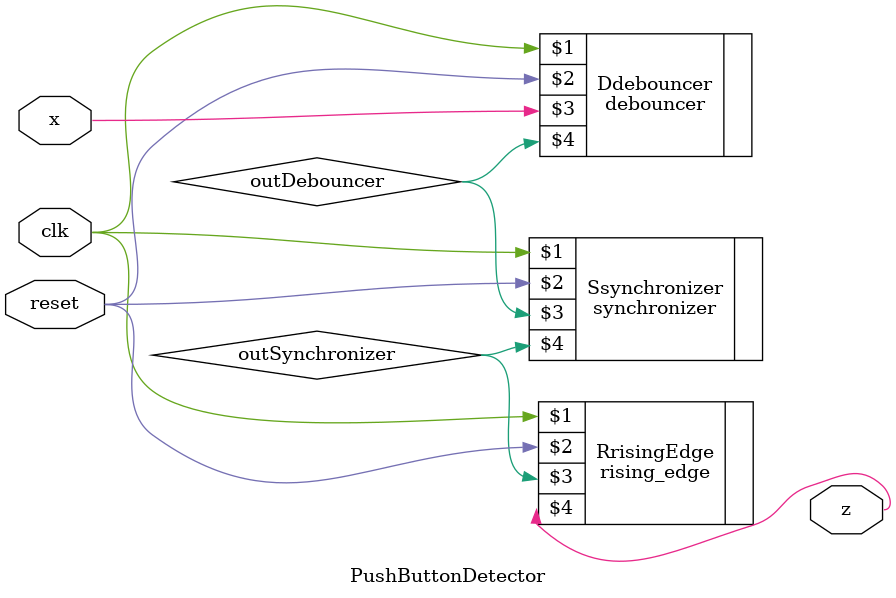
<source format=v>
`timescale 1ns / 1ps


module PushButtonDetector (input clk, x , reset , output  z ); 


wire outDebouncer;
wire outSynchronizer;
//wire outRisisngEdge;


debouncer Ddebouncer( clk, reset, x,  outDebouncer);
synchronizer Ssynchronizer( clk, reset, outDebouncer, outSynchronizer);
rising_edge RrisingEdge( clk, reset,outSynchronizer,  z);

//assign z = outRisisngEdge;
endmodule


</source>
